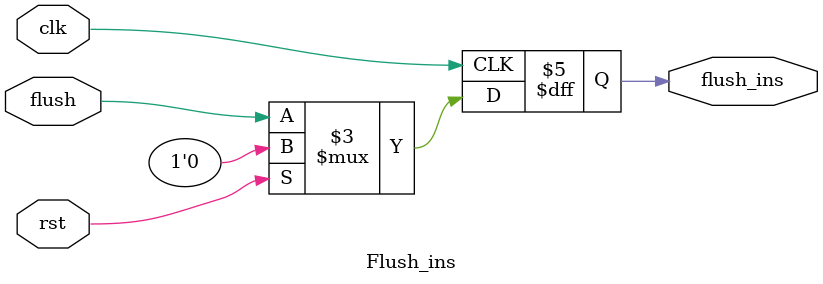
<source format=v>
module Flush_ins(
    input clk,
    input rst,
    input flush,
    output reg flush_ins
);

always @(posedge clk)
if(rst)
    flush_ins<=0;
else
    flush_ins<=flush;
endmodule
</source>
